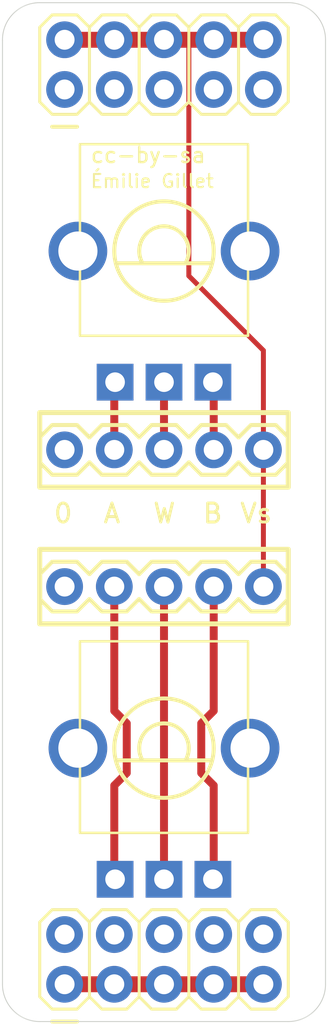
<source format=kicad_pcb>
(kicad_pcb (version 20171130) (host pcbnew 5.1.5-52549c5~84~ubuntu18.04.1)

  (general
    (thickness 1.6)
    (drawings 23)
    (tracks 32)
    (zones 0)
    (modules 6)
    (nets 10)
  )

  (page A4)
  (layers
    (0 Top signal)
    (31 Bottom signal)
    (32 B.Adhes user)
    (33 F.Adhes user)
    (34 B.Paste user)
    (35 F.Paste user)
    (36 B.SilkS user)
    (37 F.SilkS user)
    (38 B.Mask user)
    (39 F.Mask user)
    (40 Dwgs.User user)
    (41 Cmts.User user)
    (42 Eco1.User user)
    (43 Eco2.User user)
    (44 Edge.Cuts user)
    (45 Margin user)
    (46 B.CrtYd user)
    (47 F.CrtYd user)
    (48 B.Fab user)
    (49 F.Fab user)
  )

  (setup
    (last_trace_width 0.25)
    (trace_clearance 0.2)
    (zone_clearance 0.508)
    (zone_45_only no)
    (trace_min 0.2)
    (via_size 0.8)
    (via_drill 0.4)
    (via_min_size 0.4)
    (via_min_drill 0.3)
    (uvia_size 0.3)
    (uvia_drill 0.1)
    (uvias_allowed no)
    (uvia_min_size 0.2)
    (uvia_min_drill 0.1)
    (edge_width 0.05)
    (segment_width 0.2)
    (pcb_text_width 0.3)
    (pcb_text_size 1.5 1.5)
    (mod_edge_width 0.12)
    (mod_text_size 1 1)
    (mod_text_width 0.15)
    (pad_size 1.524 1.524)
    (pad_drill 0.762)
    (pad_to_mask_clearance 0.051)
    (solder_mask_min_width 0.25)
    (aux_axis_origin 0 0)
    (visible_elements FFFFFF7F)
    (pcbplotparams
      (layerselection 0x010fc_ffffffff)
      (usegerberextensions false)
      (usegerberattributes false)
      (usegerberadvancedattributes false)
      (creategerberjobfile false)
      (excludeedgelayer true)
      (linewidth 0.100000)
      (plotframeref false)
      (viasonmask false)
      (mode 1)
      (useauxorigin false)
      (hpglpennumber 1)
      (hpglpenspeed 20)
      (hpglpendiameter 15.000000)
      (psnegative false)
      (psa4output false)
      (plotreference true)
      (plotvalue true)
      (plotinvisibletext false)
      (padsonsilk false)
      (subtractmaskfromsilk false)
      (outputformat 1)
      (mirror false)
      (drillshape 1)
      (scaleselection 1)
      (outputdirectory ""))
  )

  (net 0 "")
  (net 1 GND)
  (net 2 VCC)
  (net 3 VEE)
  (net 4 "Net-(JP3-Pad2)")
  (net 5 "Net-(JP3-Pad3)")
  (net 6 "Net-(JP3-Pad4)")
  (net 7 "Net-(JP4-Pad2)")
  (net 8 "Net-(JP4-Pad3)")
  (net 9 "Net-(JP4-Pad4)")

  (net_class Default "This is the default net class."
    (clearance 0.2)
    (trace_width 0.25)
    (via_dia 0.8)
    (via_drill 0.4)
    (uvia_dia 0.3)
    (uvia_drill 0.1)
    (add_net GND)
    (add_net "Net-(JP3-Pad2)")
    (add_net "Net-(JP3-Pad3)")
    (add_net "Net-(JP3-Pad4)")
    (add_net "Net-(JP4-Pad2)")
    (add_net "Net-(JP4-Pad3)")
    (add_net "Net-(JP4-Pad4)")
    (add_net VCC)
    (add_net VEE)
  )

  (module bbf-pots:AVR_ICSP (layer Top) (tedit 0) (tstamp 5E77C103)
    (at 148.5011 82.1386 90)
    (descr "<b>PIN HEADER</b>")
    (path /2F430EF2)
    (fp_text reference JP1 (at -2.794 3.302 180) (layer F.SilkS) hide
      (effects (font (size 0.38608 0.38608) (thickness 0.032512)) (justify right top))
    )
    (fp_text value M05X2PTH (at -2.794 0.254 180) (layer F.Fab) hide
      (effects (font (size 0.38608 0.38608) (thickness 0.032512)) (justify right top))
    )
    (fp_poly (pts (xy 1.016 2.794) (xy 1.524 2.794) (xy 1.524 2.286) (xy 1.016 2.286)) (layer F.Fab) (width 0))
    (fp_poly (pts (xy -1.524 2.794) (xy -1.016 2.794) (xy -1.016 2.286) (xy -1.524 2.286)) (layer F.Fab) (width 0))
    (fp_poly (pts (xy -1.524 5.334) (xy -1.016 5.334) (xy -1.016 4.826) (xy -1.524 4.826)) (layer F.Fab) (width 0))
    (fp_poly (pts (xy 1.016 5.334) (xy 1.524 5.334) (xy 1.524 4.826) (xy 1.016 4.826)) (layer F.Fab) (width 0))
    (fp_poly (pts (xy -1.524 0.254) (xy -1.016 0.254) (xy -1.016 -0.254) (xy -1.524 -0.254)) (layer F.SilkS) (width 0))
    (fp_poly (pts (xy 1.016 0.254) (xy 1.524 0.254) (xy 1.524 -0.254) (xy 1.016 -0.254)) (layer F.Fab) (width 0))
    (fp_poly (pts (xy -1.524 -2.286) (xy -1.016 -2.286) (xy -1.016 -2.794) (xy -1.524 -2.794)) (layer F.Fab) (width 0))
    (fp_poly (pts (xy 1.016 -2.286) (xy 1.524 -2.286) (xy 1.524 -2.794) (xy 1.016 -2.794)) (layer F.Fab) (width 0))
    (fp_poly (pts (xy 1.016 -4.826) (xy 1.524 -4.826) (xy 1.524 -5.334) (xy 1.016 -5.334)) (layer F.Fab) (width 0))
    (fp_poly (pts (xy -1.524 -4.826) (xy -1.016 -4.826) (xy -1.016 -5.334) (xy -1.524 -5.334)) (layer F.Fab) (width 0))
    (fp_line (start -3.175 -5.715) (end -3.175 -4.445) (layer F.SilkS) (width 0.2032))
    (fp_line (start -2.54 4.445) (end -2.54 5.715) (layer F.SilkS) (width 0.1524))
    (fp_line (start 1.905 6.35) (end -1.905 6.35) (layer F.SilkS) (width 0.1524))
    (fp_line (start 2.54 5.715) (end 1.905 6.35) (layer F.SilkS) (width 0.1524))
    (fp_line (start 2.54 4.445) (end 2.54 5.715) (layer F.SilkS) (width 0.1524))
    (fp_line (start 1.905 3.81) (end 2.54 4.445) (layer F.SilkS) (width 0.1524))
    (fp_line (start -2.54 5.715) (end -1.905 6.35) (layer F.SilkS) (width 0.1524))
    (fp_line (start -1.905 3.81) (end -2.54 4.445) (layer F.SilkS) (width 0.1524))
    (fp_line (start -2.54 -5.715) (end -2.54 -4.445) (layer F.SilkS) (width 0.1524))
    (fp_line (start -2.54 -3.175) (end -2.54 -1.905) (layer F.SilkS) (width 0.1524))
    (fp_line (start -2.54 -0.635) (end -2.54 0.635) (layer F.SilkS) (width 0.1524))
    (fp_line (start -2.54 1.905) (end -2.54 3.175) (layer F.SilkS) (width 0.1524))
    (fp_line (start 1.905 3.81) (end -1.905 3.81) (layer F.SilkS) (width 0.1524))
    (fp_line (start 1.905 1.27) (end -1.905 1.27) (layer F.SilkS) (width 0.1524))
    (fp_line (start 1.905 -1.27) (end -1.905 -1.27) (layer F.SilkS) (width 0.1524))
    (fp_line (start 1.905 -3.81) (end -1.905 -3.81) (layer F.SilkS) (width 0.1524))
    (fp_line (start 2.54 3.175) (end 1.905 3.81) (layer F.SilkS) (width 0.1524))
    (fp_line (start 2.54 1.905) (end 2.54 3.175) (layer F.SilkS) (width 0.1524))
    (fp_line (start 1.905 1.27) (end 2.54 1.905) (layer F.SilkS) (width 0.1524))
    (fp_line (start 2.54 0.635) (end 1.905 1.27) (layer F.SilkS) (width 0.1524))
    (fp_line (start 2.54 -0.635) (end 2.54 0.635) (layer F.SilkS) (width 0.1524))
    (fp_line (start 1.905 -1.27) (end 2.54 -0.635) (layer F.SilkS) (width 0.1524))
    (fp_line (start 2.54 -1.905) (end 1.905 -1.27) (layer F.SilkS) (width 0.1524))
    (fp_line (start 2.54 -3.175) (end 2.54 -1.905) (layer F.SilkS) (width 0.1524))
    (fp_line (start 1.905 -3.81) (end 2.54 -3.175) (layer F.SilkS) (width 0.1524))
    (fp_line (start 2.54 -4.445) (end 1.905 -3.81) (layer F.SilkS) (width 0.1524))
    (fp_line (start 2.54 -5.715) (end 2.54 -4.445) (layer F.SilkS) (width 0.1524))
    (fp_line (start 1.905 -6.35) (end 2.54 -5.715) (layer F.SilkS) (width 0.1524))
    (fp_line (start -1.905 -6.35) (end 1.905 -6.35) (layer F.SilkS) (width 0.1524))
    (fp_line (start -2.54 3.175) (end -1.905 3.81) (layer F.SilkS) (width 0.1524))
    (fp_line (start -1.905 1.27) (end -2.54 1.905) (layer F.SilkS) (width 0.1524))
    (fp_line (start -2.54 0.635) (end -1.905 1.27) (layer F.SilkS) (width 0.1524))
    (fp_line (start -1.905 -1.27) (end -2.54 -0.635) (layer F.SilkS) (width 0.1524))
    (fp_line (start -2.54 -1.905) (end -1.905 -1.27) (layer F.SilkS) (width 0.1524))
    (fp_line (start -1.905 -3.81) (end -2.54 -3.175) (layer F.SilkS) (width 0.1524))
    (fp_line (start -2.54 -4.445) (end -1.905 -3.81) (layer F.SilkS) (width 0.1524))
    (fp_line (start -1.905 -6.35) (end -2.54 -5.715) (layer F.SilkS) (width 0.1524))
    (pad 10 thru_hole circle (at 1.27 5.08) (size 1.8796 1.8796) (drill 1.016) (layers *.Cu *.Mask)
      (net 2 VCC) (solder_mask_margin 0.1016))
    (pad 9 thru_hole circle (at -1.27 5.08) (size 1.8796 1.8796) (drill 1.016) (layers *.Cu *.Mask)
      (net 1 GND) (solder_mask_margin 0.1016))
    (pad 8 thru_hole circle (at 1.27 2.54) (size 1.8796 1.8796) (drill 1.016) (layers *.Cu *.Mask)
      (net 2 VCC) (solder_mask_margin 0.1016))
    (pad 7 thru_hole circle (at -1.27 2.54) (size 1.8796 1.8796) (drill 1.016) (layers *.Cu *.Mask)
      (net 1 GND) (solder_mask_margin 0.1016))
    (pad 6 thru_hole circle (at 1.27 0) (size 1.8796 1.8796) (drill 1.016) (layers *.Cu *.Mask)
      (net 2 VCC) (solder_mask_margin 0.1016))
    (pad 5 thru_hole circle (at -1.27 0) (size 1.8796 1.8796) (drill 1.016) (layers *.Cu *.Mask)
      (net 1 GND) (solder_mask_margin 0.1016))
    (pad 4 thru_hole circle (at 1.27 -2.54) (size 1.8796 1.8796) (drill 1.016) (layers *.Cu *.Mask)
      (net 2 VCC) (solder_mask_margin 0.1016))
    (pad 3 thru_hole circle (at -1.27 -2.54) (size 1.8796 1.8796) (drill 1.016) (layers *.Cu *.Mask)
      (net 1 GND) (solder_mask_margin 0.1016))
    (pad 2 thru_hole circle (at 1.27 -5.08) (size 1.8796 1.8796) (drill 1.016) (layers *.Cu *.Mask)
      (net 2 VCC) (solder_mask_margin 0.1016))
    (pad 1 thru_hole circle (at -1.27 -5.08) (size 1.8796 1.8796) (drill 1.016) (layers *.Cu *.Mask)
      (net 1 GND) (solder_mask_margin 0.1016))
  )

  (module bbf-pots:AVR_ICSP (layer Top) (tedit 0) (tstamp 5E77C13F)
    (at 148.5011 127.8586 90)
    (descr "<b>PIN HEADER</b>")
    (path /FA93C76E)
    (fp_text reference JP2 (at -2.794 3.302 180) (layer F.SilkS) hide
      (effects (font (size 0.38608 0.38608) (thickness 0.032512)) (justify right top))
    )
    (fp_text value M05X2PTH (at -2.794 0.254 180) (layer F.Fab) hide
      (effects (font (size 0.38608 0.38608) (thickness 0.032512)) (justify right top))
    )
    (fp_poly (pts (xy 1.016 2.794) (xy 1.524 2.794) (xy 1.524 2.286) (xy 1.016 2.286)) (layer F.Fab) (width 0))
    (fp_poly (pts (xy -1.524 2.794) (xy -1.016 2.794) (xy -1.016 2.286) (xy -1.524 2.286)) (layer F.Fab) (width 0))
    (fp_poly (pts (xy -1.524 5.334) (xy -1.016 5.334) (xy -1.016 4.826) (xy -1.524 4.826)) (layer F.Fab) (width 0))
    (fp_poly (pts (xy 1.016 5.334) (xy 1.524 5.334) (xy 1.524 4.826) (xy 1.016 4.826)) (layer F.Fab) (width 0))
    (fp_poly (pts (xy -1.524 0.254) (xy -1.016 0.254) (xy -1.016 -0.254) (xy -1.524 -0.254)) (layer F.SilkS) (width 0))
    (fp_poly (pts (xy 1.016 0.254) (xy 1.524 0.254) (xy 1.524 -0.254) (xy 1.016 -0.254)) (layer F.Fab) (width 0))
    (fp_poly (pts (xy -1.524 -2.286) (xy -1.016 -2.286) (xy -1.016 -2.794) (xy -1.524 -2.794)) (layer F.Fab) (width 0))
    (fp_poly (pts (xy 1.016 -2.286) (xy 1.524 -2.286) (xy 1.524 -2.794) (xy 1.016 -2.794)) (layer F.Fab) (width 0))
    (fp_poly (pts (xy 1.016 -4.826) (xy 1.524 -4.826) (xy 1.524 -5.334) (xy 1.016 -5.334)) (layer F.Fab) (width 0))
    (fp_poly (pts (xy -1.524 -4.826) (xy -1.016 -4.826) (xy -1.016 -5.334) (xy -1.524 -5.334)) (layer F.Fab) (width 0))
    (fp_line (start -3.175 -5.715) (end -3.175 -4.445) (layer F.SilkS) (width 0.2032))
    (fp_line (start -2.54 4.445) (end -2.54 5.715) (layer F.SilkS) (width 0.1524))
    (fp_line (start 1.905 6.35) (end -1.905 6.35) (layer F.SilkS) (width 0.1524))
    (fp_line (start 2.54 5.715) (end 1.905 6.35) (layer F.SilkS) (width 0.1524))
    (fp_line (start 2.54 4.445) (end 2.54 5.715) (layer F.SilkS) (width 0.1524))
    (fp_line (start 1.905 3.81) (end 2.54 4.445) (layer F.SilkS) (width 0.1524))
    (fp_line (start -2.54 5.715) (end -1.905 6.35) (layer F.SilkS) (width 0.1524))
    (fp_line (start -1.905 3.81) (end -2.54 4.445) (layer F.SilkS) (width 0.1524))
    (fp_line (start -2.54 -5.715) (end -2.54 -4.445) (layer F.SilkS) (width 0.1524))
    (fp_line (start -2.54 -3.175) (end -2.54 -1.905) (layer F.SilkS) (width 0.1524))
    (fp_line (start -2.54 -0.635) (end -2.54 0.635) (layer F.SilkS) (width 0.1524))
    (fp_line (start -2.54 1.905) (end -2.54 3.175) (layer F.SilkS) (width 0.1524))
    (fp_line (start 1.905 3.81) (end -1.905 3.81) (layer F.SilkS) (width 0.1524))
    (fp_line (start 1.905 1.27) (end -1.905 1.27) (layer F.SilkS) (width 0.1524))
    (fp_line (start 1.905 -1.27) (end -1.905 -1.27) (layer F.SilkS) (width 0.1524))
    (fp_line (start 1.905 -3.81) (end -1.905 -3.81) (layer F.SilkS) (width 0.1524))
    (fp_line (start 2.54 3.175) (end 1.905 3.81) (layer F.SilkS) (width 0.1524))
    (fp_line (start 2.54 1.905) (end 2.54 3.175) (layer F.SilkS) (width 0.1524))
    (fp_line (start 1.905 1.27) (end 2.54 1.905) (layer F.SilkS) (width 0.1524))
    (fp_line (start 2.54 0.635) (end 1.905 1.27) (layer F.SilkS) (width 0.1524))
    (fp_line (start 2.54 -0.635) (end 2.54 0.635) (layer F.SilkS) (width 0.1524))
    (fp_line (start 1.905 -1.27) (end 2.54 -0.635) (layer F.SilkS) (width 0.1524))
    (fp_line (start 2.54 -1.905) (end 1.905 -1.27) (layer F.SilkS) (width 0.1524))
    (fp_line (start 2.54 -3.175) (end 2.54 -1.905) (layer F.SilkS) (width 0.1524))
    (fp_line (start 1.905 -3.81) (end 2.54 -3.175) (layer F.SilkS) (width 0.1524))
    (fp_line (start 2.54 -4.445) (end 1.905 -3.81) (layer F.SilkS) (width 0.1524))
    (fp_line (start 2.54 -5.715) (end 2.54 -4.445) (layer F.SilkS) (width 0.1524))
    (fp_line (start 1.905 -6.35) (end 2.54 -5.715) (layer F.SilkS) (width 0.1524))
    (fp_line (start -1.905 -6.35) (end 1.905 -6.35) (layer F.SilkS) (width 0.1524))
    (fp_line (start -2.54 3.175) (end -1.905 3.81) (layer F.SilkS) (width 0.1524))
    (fp_line (start -1.905 1.27) (end -2.54 1.905) (layer F.SilkS) (width 0.1524))
    (fp_line (start -2.54 0.635) (end -1.905 1.27) (layer F.SilkS) (width 0.1524))
    (fp_line (start -1.905 -1.27) (end -2.54 -0.635) (layer F.SilkS) (width 0.1524))
    (fp_line (start -2.54 -1.905) (end -1.905 -1.27) (layer F.SilkS) (width 0.1524))
    (fp_line (start -1.905 -3.81) (end -2.54 -3.175) (layer F.SilkS) (width 0.1524))
    (fp_line (start -2.54 -4.445) (end -1.905 -3.81) (layer F.SilkS) (width 0.1524))
    (fp_line (start -1.905 -6.35) (end -2.54 -5.715) (layer F.SilkS) (width 0.1524))
    (pad 10 thru_hole circle (at 1.27 5.08) (size 1.8796 1.8796) (drill 1.016) (layers *.Cu *.Mask)
      (net 1 GND) (solder_mask_margin 0.1016))
    (pad 9 thru_hole circle (at -1.27 5.08) (size 1.8796 1.8796) (drill 1.016) (layers *.Cu *.Mask)
      (net 3 VEE) (solder_mask_margin 0.1016))
    (pad 8 thru_hole circle (at 1.27 2.54) (size 1.8796 1.8796) (drill 1.016) (layers *.Cu *.Mask)
      (net 1 GND) (solder_mask_margin 0.1016))
    (pad 7 thru_hole circle (at -1.27 2.54) (size 1.8796 1.8796) (drill 1.016) (layers *.Cu *.Mask)
      (net 3 VEE) (solder_mask_margin 0.1016))
    (pad 6 thru_hole circle (at 1.27 0) (size 1.8796 1.8796) (drill 1.016) (layers *.Cu *.Mask)
      (net 1 GND) (solder_mask_margin 0.1016))
    (pad 5 thru_hole circle (at -1.27 0) (size 1.8796 1.8796) (drill 1.016) (layers *.Cu *.Mask)
      (net 3 VEE) (solder_mask_margin 0.1016))
    (pad 4 thru_hole circle (at 1.27 -2.54) (size 1.8796 1.8796) (drill 1.016) (layers *.Cu *.Mask)
      (net 1 GND) (solder_mask_margin 0.1016))
    (pad 3 thru_hole circle (at -1.27 -2.54) (size 1.8796 1.8796) (drill 1.016) (layers *.Cu *.Mask)
      (net 3 VEE) (solder_mask_margin 0.1016))
    (pad 2 thru_hole circle (at 1.27 -5.08) (size 1.8796 1.8796) (drill 1.016) (layers *.Cu *.Mask)
      (net 1 GND) (solder_mask_margin 0.1016))
    (pad 1 thru_hole circle (at -1.27 -5.08) (size 1.8796 1.8796) (drill 1.016) (layers *.Cu *.Mask)
      (net 3 VEE) (solder_mask_margin 0.1016))
  )

  (module bbf-pots:ALPS_POT_VERTICAL (layer Top) (tedit 0) (tstamp 5E77C17B)
    (at 148.5011 91.6636 180)
    (path /E7159095)
    (fp_text reference R23 (at 0 0 180) (layer F.SilkS) hide
      (effects (font (size 1.27 1.27) (thickness 0.15)) (justify right top))
    )
    (fp_text value 10kB (at 0 0 180) (layer F.SilkS) hide
      (effects (font (size 1.27 1.27) (thickness 0.15)) (justify right top))
    )
    (fp_circle (center 0 0) (end 2.54 0) (layer F.SilkS) (width 0.2032))
    (fp_line (start -2.45 -0.625) (end 2.425 -0.625) (layer F.SilkS) (width 0.2032))
    (fp_line (start -1.1 -0.625) (end 1.1 -0.625) (layer F.SilkS) (width 0.2032))
    (fp_arc (start 0 0) (end -1.1 -0.625) (angle -239.208901) (layer F.SilkS) (width 0.2032))
    (fp_line (start 4.295 -4.33) (end 4.295 5.46) (layer F.SilkS) (width 0.127))
    (fp_line (start -4.295 -4.33) (end 4.295 -4.33) (layer F.SilkS) (width 0.127))
    (fp_line (start -4.295 5.46) (end -4.295 -4.33) (layer F.SilkS) (width 0.127))
    (fp_line (start 4.295 5.46) (end -4.295 5.46) (layer F.SilkS) (width 0.127))
    (pad P$5 thru_hole circle (at 4.4 0 90) (size 3 3) (drill 2) (layers *.Cu *.Mask)
      (solder_mask_margin 0.1016))
    (pad P$4 thru_hole circle (at -4.4 0 90) (size 3 3) (drill 2) (layers *.Cu *.Mask)
      (solder_mask_margin 0.1016))
    (pad P$3 thru_hole rect (at 2.5 -6.7 90) (size 1.8796 1.8796) (drill 1) (layers *.Cu *.Mask)
      (net 4 "Net-(JP3-Pad2)") (solder_mask_margin 0.1016))
    (pad P$2 thru_hole rect (at 0 -6.7 90) (size 1.8796 1.8796) (drill 1) (layers *.Cu *.Mask)
      (net 5 "Net-(JP3-Pad3)") (solder_mask_margin 0.1016))
    (pad P$1 thru_hole rect (at -2.5 -6.7 90) (size 1.8796 1.8796) (drill 1) (layers *.Cu *.Mask)
      (net 6 "Net-(JP3-Pad4)") (solder_mask_margin 0.1016))
  )

  (module bbf-pots:1X05 (layer Top) (tedit 0) (tstamp 5E77C18B)
    (at 143.4211 101.8236)
    (path /ACD8E5B6)
    (fp_text reference JP3 (at -1.3462 -1.8288) (layer F.SilkS) hide
      (effects (font (size 1.2065 1.2065) (thickness 0.127)) (justify left bottom))
    )
    (fp_text value M05PTH (at -1.27 3.175) (layer F.Fab)
      (effects (font (size 1.2065 1.2065) (thickness 0.09652)) (justify left bottom))
    )
    (fp_poly (pts (xy -0.254 0.254) (xy 0.254 0.254) (xy 0.254 -0.254) (xy -0.254 -0.254)) (layer F.Fab) (width 0))
    (fp_poly (pts (xy 2.286 0.254) (xy 2.794 0.254) (xy 2.794 -0.254) (xy 2.286 -0.254)) (layer F.Fab) (width 0))
    (fp_poly (pts (xy 4.826 0.254) (xy 5.334 0.254) (xy 5.334 -0.254) (xy 4.826 -0.254)) (layer F.Fab) (width 0))
    (fp_poly (pts (xy 7.366 0.254) (xy 7.874 0.254) (xy 7.874 -0.254) (xy 7.366 -0.254)) (layer F.Fab) (width 0))
    (fp_poly (pts (xy 9.906 0.254) (xy 10.414 0.254) (xy 10.414 -0.254) (xy 9.906 -0.254)) (layer F.Fab) (width 0))
    (fp_line (start 11.43 -0.635) (end 11.43 0.635) (layer F.SilkS) (width 0.2032))
    (fp_line (start 0.635 1.27) (end -0.635 1.27) (layer F.SilkS) (width 0.2032))
    (fp_line (start -1.27 0.635) (end -0.635 1.27) (layer F.SilkS) (width 0.2032))
    (fp_line (start -0.635 -1.27) (end -1.27 -0.635) (layer F.SilkS) (width 0.2032))
    (fp_line (start -1.27 -0.635) (end -1.27 0.635) (layer F.SilkS) (width 0.2032))
    (fp_line (start 1.905 1.27) (end 1.27 0.635) (layer F.SilkS) (width 0.2032))
    (fp_line (start 3.175 1.27) (end 1.905 1.27) (layer F.SilkS) (width 0.2032))
    (fp_line (start 3.81 0.635) (end 3.175 1.27) (layer F.SilkS) (width 0.2032))
    (fp_line (start 3.175 -1.27) (end 3.81 -0.635) (layer F.SilkS) (width 0.2032))
    (fp_line (start 1.905 -1.27) (end 3.175 -1.27) (layer F.SilkS) (width 0.2032))
    (fp_line (start 1.27 -0.635) (end 1.905 -1.27) (layer F.SilkS) (width 0.2032))
    (fp_line (start 1.27 0.635) (end 0.635 1.27) (layer F.SilkS) (width 0.2032))
    (fp_line (start 0.635 -1.27) (end 1.27 -0.635) (layer F.SilkS) (width 0.2032))
    (fp_line (start -0.635 -1.27) (end 0.635 -1.27) (layer F.SilkS) (width 0.2032))
    (fp_line (start 8.255 1.27) (end 6.985 1.27) (layer F.SilkS) (width 0.2032))
    (fp_line (start 6.35 0.635) (end 6.985 1.27) (layer F.SilkS) (width 0.2032))
    (fp_line (start 6.985 -1.27) (end 6.35 -0.635) (layer F.SilkS) (width 0.2032))
    (fp_line (start 4.445 1.27) (end 3.81 0.635) (layer F.SilkS) (width 0.2032))
    (fp_line (start 5.715 1.27) (end 4.445 1.27) (layer F.SilkS) (width 0.2032))
    (fp_line (start 6.35 0.635) (end 5.715 1.27) (layer F.SilkS) (width 0.2032))
    (fp_line (start 5.715 -1.27) (end 6.35 -0.635) (layer F.SilkS) (width 0.2032))
    (fp_line (start 4.445 -1.27) (end 5.715 -1.27) (layer F.SilkS) (width 0.2032))
    (fp_line (start 3.81 -0.635) (end 4.445 -1.27) (layer F.SilkS) (width 0.2032))
    (fp_line (start 9.525 1.27) (end 8.89 0.635) (layer F.SilkS) (width 0.2032))
    (fp_line (start 10.795 1.27) (end 9.525 1.27) (layer F.SilkS) (width 0.2032))
    (fp_line (start 11.43 0.635) (end 10.795 1.27) (layer F.SilkS) (width 0.2032))
    (fp_line (start 10.795 -1.27) (end 11.43 -0.635) (layer F.SilkS) (width 0.2032))
    (fp_line (start 9.525 -1.27) (end 10.795 -1.27) (layer F.SilkS) (width 0.2032))
    (fp_line (start 8.89 -0.635) (end 9.525 -1.27) (layer F.SilkS) (width 0.2032))
    (fp_line (start 8.89 0.635) (end 8.255 1.27) (layer F.SilkS) (width 0.2032))
    (fp_line (start 8.255 -1.27) (end 8.89 -0.635) (layer F.SilkS) (width 0.2032))
    (fp_line (start 6.985 -1.27) (end 8.255 -1.27) (layer F.SilkS) (width 0.2032))
    (pad 5 thru_hole circle (at 10.16 0 90) (size 1.8796 1.8796) (drill 1.016) (layers *.Cu *.Mask)
      (net 2 VCC) (solder_mask_margin 0.1016))
    (pad 4 thru_hole circle (at 7.62 0 90) (size 1.8796 1.8796) (drill 1.016) (layers *.Cu *.Mask)
      (net 6 "Net-(JP3-Pad4)") (solder_mask_margin 0.1016))
    (pad 3 thru_hole circle (at 5.08 0 90) (size 1.8796 1.8796) (drill 1.016) (layers *.Cu *.Mask)
      (net 5 "Net-(JP3-Pad3)") (solder_mask_margin 0.1016))
    (pad 2 thru_hole circle (at 2.54 0 90) (size 1.8796 1.8796) (drill 1.016) (layers *.Cu *.Mask)
      (net 4 "Net-(JP3-Pad2)") (solder_mask_margin 0.1016))
    (pad 1 thru_hole circle (at 0 0 90) (size 1.8796 1.8796) (drill 1.016) (layers *.Cu *.Mask)
      (net 1 GND) (solder_mask_margin 0.1016))
  )

  (module bbf-pots:ALPS_POT_VERTICAL (layer Top) (tedit 0) (tstamp 5E77C1B8)
    (at 148.5011 117.0636 180)
    (path /468AFC85)
    (fp_text reference R1 (at 0 0 180) (layer F.SilkS) hide
      (effects (font (size 1.27 1.27) (thickness 0.15)) (justify right top))
    )
    (fp_text value 10kB (at 0 0 180) (layer F.SilkS) hide
      (effects (font (size 1.27 1.27) (thickness 0.15)) (justify right top))
    )
    (fp_circle (center 0 0) (end 2.54 0) (layer F.SilkS) (width 0.2032))
    (fp_line (start -2.45 -0.625) (end 2.425 -0.625) (layer F.SilkS) (width 0.2032))
    (fp_line (start -1.1 -0.625) (end 1.1 -0.625) (layer F.SilkS) (width 0.2032))
    (fp_arc (start 0 0) (end -1.1 -0.625) (angle -239.208901) (layer F.SilkS) (width 0.2032))
    (fp_line (start 4.295 -4.33) (end 4.295 5.46) (layer F.SilkS) (width 0.127))
    (fp_line (start -4.295 -4.33) (end 4.295 -4.33) (layer F.SilkS) (width 0.127))
    (fp_line (start -4.295 5.46) (end -4.295 -4.33) (layer F.SilkS) (width 0.127))
    (fp_line (start 4.295 5.46) (end -4.295 5.46) (layer F.SilkS) (width 0.127))
    (pad P$5 thru_hole circle (at 4.4 0 90) (size 3 3) (drill 2) (layers *.Cu *.Mask)
      (solder_mask_margin 0.1016))
    (pad P$4 thru_hole circle (at -4.4 0 90) (size 3 3) (drill 2) (layers *.Cu *.Mask)
      (solder_mask_margin 0.1016))
    (pad P$3 thru_hole rect (at 2.5 -6.7 90) (size 1.8796 1.8796) (drill 1) (layers *.Cu *.Mask)
      (net 7 "Net-(JP4-Pad2)") (solder_mask_margin 0.1016))
    (pad P$2 thru_hole rect (at 0 -6.7 90) (size 1.8796 1.8796) (drill 1) (layers *.Cu *.Mask)
      (net 8 "Net-(JP4-Pad3)") (solder_mask_margin 0.1016))
    (pad P$1 thru_hole rect (at -2.5 -6.7 90) (size 1.8796 1.8796) (drill 1) (layers *.Cu *.Mask)
      (net 9 "Net-(JP4-Pad4)") (solder_mask_margin 0.1016))
  )

  (module bbf-pots:1X05 (layer Top) (tedit 0) (tstamp 5E77C1C8)
    (at 143.4211 108.8086)
    (path /47274FB3)
    (fp_text reference JP4 (at -1.3462 -1.8288) (layer F.SilkS) hide
      (effects (font (size 1.2065 1.2065) (thickness 0.127)) (justify left bottom))
    )
    (fp_text value M05PTH (at -1.27 3.175) (layer F.Fab)
      (effects (font (size 1.2065 1.2065) (thickness 0.09652)) (justify left bottom))
    )
    (fp_poly (pts (xy -0.254 0.254) (xy 0.254 0.254) (xy 0.254 -0.254) (xy -0.254 -0.254)) (layer F.Fab) (width 0))
    (fp_poly (pts (xy 2.286 0.254) (xy 2.794 0.254) (xy 2.794 -0.254) (xy 2.286 -0.254)) (layer F.Fab) (width 0))
    (fp_poly (pts (xy 4.826 0.254) (xy 5.334 0.254) (xy 5.334 -0.254) (xy 4.826 -0.254)) (layer F.Fab) (width 0))
    (fp_poly (pts (xy 7.366 0.254) (xy 7.874 0.254) (xy 7.874 -0.254) (xy 7.366 -0.254)) (layer F.Fab) (width 0))
    (fp_poly (pts (xy 9.906 0.254) (xy 10.414 0.254) (xy 10.414 -0.254) (xy 9.906 -0.254)) (layer F.Fab) (width 0))
    (fp_line (start 11.43 -0.635) (end 11.43 0.635) (layer F.SilkS) (width 0.2032))
    (fp_line (start 0.635 1.27) (end -0.635 1.27) (layer F.SilkS) (width 0.2032))
    (fp_line (start -1.27 0.635) (end -0.635 1.27) (layer F.SilkS) (width 0.2032))
    (fp_line (start -0.635 -1.27) (end -1.27 -0.635) (layer F.SilkS) (width 0.2032))
    (fp_line (start -1.27 -0.635) (end -1.27 0.635) (layer F.SilkS) (width 0.2032))
    (fp_line (start 1.905 1.27) (end 1.27 0.635) (layer F.SilkS) (width 0.2032))
    (fp_line (start 3.175 1.27) (end 1.905 1.27) (layer F.SilkS) (width 0.2032))
    (fp_line (start 3.81 0.635) (end 3.175 1.27) (layer F.SilkS) (width 0.2032))
    (fp_line (start 3.175 -1.27) (end 3.81 -0.635) (layer F.SilkS) (width 0.2032))
    (fp_line (start 1.905 -1.27) (end 3.175 -1.27) (layer F.SilkS) (width 0.2032))
    (fp_line (start 1.27 -0.635) (end 1.905 -1.27) (layer F.SilkS) (width 0.2032))
    (fp_line (start 1.27 0.635) (end 0.635 1.27) (layer F.SilkS) (width 0.2032))
    (fp_line (start 0.635 -1.27) (end 1.27 -0.635) (layer F.SilkS) (width 0.2032))
    (fp_line (start -0.635 -1.27) (end 0.635 -1.27) (layer F.SilkS) (width 0.2032))
    (fp_line (start 8.255 1.27) (end 6.985 1.27) (layer F.SilkS) (width 0.2032))
    (fp_line (start 6.35 0.635) (end 6.985 1.27) (layer F.SilkS) (width 0.2032))
    (fp_line (start 6.985 -1.27) (end 6.35 -0.635) (layer F.SilkS) (width 0.2032))
    (fp_line (start 4.445 1.27) (end 3.81 0.635) (layer F.SilkS) (width 0.2032))
    (fp_line (start 5.715 1.27) (end 4.445 1.27) (layer F.SilkS) (width 0.2032))
    (fp_line (start 6.35 0.635) (end 5.715 1.27) (layer F.SilkS) (width 0.2032))
    (fp_line (start 5.715 -1.27) (end 6.35 -0.635) (layer F.SilkS) (width 0.2032))
    (fp_line (start 4.445 -1.27) (end 5.715 -1.27) (layer F.SilkS) (width 0.2032))
    (fp_line (start 3.81 -0.635) (end 4.445 -1.27) (layer F.SilkS) (width 0.2032))
    (fp_line (start 9.525 1.27) (end 8.89 0.635) (layer F.SilkS) (width 0.2032))
    (fp_line (start 10.795 1.27) (end 9.525 1.27) (layer F.SilkS) (width 0.2032))
    (fp_line (start 11.43 0.635) (end 10.795 1.27) (layer F.SilkS) (width 0.2032))
    (fp_line (start 10.795 -1.27) (end 11.43 -0.635) (layer F.SilkS) (width 0.2032))
    (fp_line (start 9.525 -1.27) (end 10.795 -1.27) (layer F.SilkS) (width 0.2032))
    (fp_line (start 8.89 -0.635) (end 9.525 -1.27) (layer F.SilkS) (width 0.2032))
    (fp_line (start 8.89 0.635) (end 8.255 1.27) (layer F.SilkS) (width 0.2032))
    (fp_line (start 8.255 -1.27) (end 8.89 -0.635) (layer F.SilkS) (width 0.2032))
    (fp_line (start 6.985 -1.27) (end 8.255 -1.27) (layer F.SilkS) (width 0.2032))
    (pad 5 thru_hole circle (at 10.16 0 90) (size 1.8796 1.8796) (drill 1.016) (layers *.Cu *.Mask)
      (net 2 VCC) (solder_mask_margin 0.1016))
    (pad 4 thru_hole circle (at 7.62 0 90) (size 1.8796 1.8796) (drill 1.016) (layers *.Cu *.Mask)
      (net 9 "Net-(JP4-Pad4)") (solder_mask_margin 0.1016))
    (pad 3 thru_hole circle (at 5.08 0 90) (size 1.8796 1.8796) (drill 1.016) (layers *.Cu *.Mask)
      (net 8 "Net-(JP4-Pad3)") (solder_mask_margin 0.1016))
    (pad 2 thru_hole circle (at 2.54 0 90) (size 1.8796 1.8796) (drill 1.016) (layers *.Cu *.Mask)
      (net 7 "Net-(JP4-Pad2)") (solder_mask_margin 0.1016))
    (pad 1 thru_hole circle (at 0 0 90) (size 1.8796 1.8796) (drill 1.016) (layers *.Cu *.Mask)
      (net 1 GND) (solder_mask_margin 0.1016))
  )

  (gr_arc (start 154.8511 129.1286) (end 154.8511 131.0336) (angle -90) (layer Edge.Cuts) (width 0.05) (tstamp 82ED53A0))
  (gr_line (start 156.7561 129.1286) (end 156.7561 80.8686) (layer Edge.Cuts) (width 0.05) (tstamp 82ED5910))
  (gr_arc (start 154.8611 80.8686) (end 156.7561 80.8686) (angle -90) (layer Edge.Cuts) (width 0.05) (tstamp 7193BB00))
  (gr_line (start 154.8611 78.9736) (end 142.1411 78.9736) (layer Edge.Cuts) (width 0.05) (tstamp 7193C040))
  (gr_arc (start 142.1411 80.8686) (end 142.1411 78.9736) (angle -90) (layer Edge.Cuts) (width 0.05) (tstamp 8306F170))
  (gr_line (start 140.2461 80.8686) (end 140.2461 129.1286) (layer Edge.Cuts) (width 0.05) (tstamp 8306F6C0))
  (gr_arc (start 142.1511 129.1286) (end 140.2461 129.1286) (angle -90) (layer Edge.Cuts) (width 0.05) (tstamp 8267BC90))
  (gr_line (start 142.1511 131.0336) (end 154.8511 131.0336) (layer Edge.Cuts) (width 0.05) (tstamp 8267C180))
  (gr_line (start 142.1511 99.9186) (end 142.1511 103.7286) (layer F.SilkS) (width 0.254) (tstamp 8267C640))
  (gr_line (start 142.1511 103.7286) (end 154.8511 103.7286) (layer F.SilkS) (width 0.254) (tstamp 6E70FAE0))
  (gr_line (start 154.8511 103.7286) (end 154.8511 99.9186) (layer F.SilkS) (width 0.254) (tstamp 6E70FFA0))
  (gr_line (start 154.8511 99.9186) (end 142.1511 99.9186) (layer F.SilkS) (width 0.254) (tstamp 8312FF60))
  (gr_line (start 142.1511 106.9036) (end 142.1511 110.7136) (layer F.SilkS) (width 0.254) (tstamp 831303F0))
  (gr_line (start 142.1511 110.7136) (end 154.8511 110.7136) (layer F.SilkS) (width 0.254) (tstamp 831308D0))
  (gr_line (start 154.8511 110.7136) (end 154.8511 106.9036) (layer F.SilkS) (width 0.254) (tstamp 6E6EC7A0))
  (gr_line (start 154.8511 106.9036) (end 142.1511 106.9036) (layer F.SilkS) (width 0.254) (tstamp 6E6ECC80))
  (gr_text 0 (at 142.7861 105.6336) (layer F.SilkS) (tstamp 8214B720)
    (effects (font (size 0.9652 0.9652) (thickness 0.1524)) (justify left bottom))
  )
  (gr_text Vs (at 152.3111 105.6336) (layer F.SilkS) (tstamp 8214BC30)
    (effects (font (size 0.9652 0.9652) (thickness 0.1524)) (justify left bottom))
  )
  (gr_text W (at 147.8661 105.6336) (layer F.SilkS) (tstamp 6E7051B0)
    (effects (font (size 0.9652 0.9652) (thickness 0.1524)) (justify left bottom))
  )
  (gr_text A (at 145.3261 105.6336) (layer F.SilkS) (tstamp 6E705680)
    (effects (font (size 0.9652 0.9652) (thickness 0.1524)) (justify left bottom))
  )
  (gr_text B (at 150.4061 105.6336) (layer F.SilkS) (tstamp 6E705B60)
    (effects (font (size 0.9652 0.9652) (thickness 0.1524)) (justify left bottom))
  )
  (gr_text cc-by-sa (at 144.6911 87.2186) (layer F.SilkS) (tstamp 7271A730)
    (effects (font (size 0.77216 0.77216) (thickness 0.12192)) (justify left bottom))
  )
  (gr_text "Émilie Gillet" (at 144.6911 88.4886) (layer F.SilkS) (tstamp 7271AC10)
    (effects (font (size 0.67564 0.67564) (thickness 0.10668)) (justify left bottom))
  )

  (segment (start 145.9611 80.8686) (end 143.4211 80.8686) (width 0.8128) (layer Top) (net 2) (tstamp 6E716E10))
  (segment (start 148.5011 80.8686) (end 145.9611 80.8686) (width 0.8128) (layer Top) (net 2) (tstamp 8235BF60))
  (segment (start 149.7711 80.8686) (end 148.5011 80.8686) (width 0.8128) (layer Top) (net 2) (tstamp 8235C430))
  (segment (start 149.7711 80.8686) (end 151.0411 80.8686) (width 0.8128) (layer Top) (net 2) (tstamp 6E7A9C00))
  (segment (start 151.0411 80.8686) (end 153.5811 80.8686) (width 0.8128) (layer Top) (net 2) (tstamp 6E7AA0D0))
  (segment (start 153.5811 101.8236) (end 153.5811 96.7436) (width 0.254) (layer Top) (net 2) (tstamp 6E7AA5A0))
  (segment (start 153.5811 108.8086) (end 153.5811 101.8236) (width 0.254) (layer Top) (net 2) (tstamp 6E7547C0))
  (segment (start 153.5811 96.7436) (end 149.7711 92.9336) (width 0.254) (layer Top) (net 2) (tstamp 6E754C90))
  (segment (start 149.7711 92.9336) (end 149.7711 80.8686) (width 0.254) (layer Top) (net 2) (tstamp 6E755170))
  (segment (start 143.4211 129.1286) (end 145.9611 129.1286) (width 0.8128) (layer Top) (net 3) (tstamp 82104E60))
  (segment (start 145.9611 129.1286) (end 148.5011 129.1286) (width 0.8128) (layer Top) (net 3) (tstamp 82105360))
  (segment (start 148.5011 129.1286) (end 151.0411 129.1286) (width 0.8128) (layer Top) (net 3) (tstamp 82105830))
  (segment (start 151.0411 129.1286) (end 153.5811 129.1286) (width 0.8128) (layer Top) (net 3) (tstamp 82055160))
  (segment (start 151.0411 98.4036) (end 151.0011 98.3636) (width 0.4064) (layer Top) (net 6) (tstamp 82055B50))
  (segment (start 151.0411 101.8236) (end 151.0411 98.4036) (width 0.4064) (layer Top) (net 6) (tstamp 825EF2D0))
  (segment (start 148.5011 101.8236) (end 148.5011 98.3636) (width 0.4064) (layer Top) (net 5) (tstamp 839ED2D0))
  (segment (start 145.9611 98.4036) (end 146.0011 98.3636) (width 0.4064) (layer Top) (net 4) (tstamp 839EDD50))
  (segment (start 145.9611 101.8236) (end 145.9611 98.4036) (width 0.4064) (layer Top) (net 4) (tstamp 82369550))
  (segment (start 151.0011 123.7636) (end 151.0411 123.7236) (width 0.4064) (layer Top) (net 9) (tstamp 82369F60))
  (segment (start 151.0411 123.7236) (end 151.0411 118.9686) (width 0.4064) (layer Top) (net 9) (tstamp 823C2CE0))
  (segment (start 151.0411 118.9686) (end 150.4061 118.3336) (width 0.4064) (layer Top) (net 9) (tstamp 823C31C0))
  (segment (start 150.4061 118.3336) (end 150.4061 115.7936) (width 0.4064) (layer Top) (net 9) (tstamp 823C36A0))
  (segment (start 150.4061 115.7936) (end 151.0411 115.1586) (width 0.4064) (layer Top) (net 9) (tstamp 81E1DDA0))
  (segment (start 151.0411 115.1586) (end 151.0411 108.8086) (width 0.4064) (layer Top) (net 9) (tstamp 81E1E280))
  (segment (start 148.5011 123.7636) (end 148.5011 108.8086) (width 0.4064) (layer Top) (net 8) (tstamp 82E13480))
  (segment (start 146.0011 123.7636) (end 145.9611 123.7236) (width 0.4064) (layer Top) (net 7) (tstamp 82F50100))
  (segment (start 145.9611 123.7236) (end 145.9611 118.9686) (width 0.4064) (layer Top) (net 7) (tstamp 82F50620))
  (segment (start 145.9611 118.9686) (end 146.5961 118.3336) (width 0.4064) (layer Top) (net 7) (tstamp 82F50B00))
  (segment (start 146.5961 118.3336) (end 146.5961 115.7936) (width 0.4064) (layer Top) (net 7) (tstamp 81E0FA20))
  (segment (start 146.5961 115.7936) (end 145.9611 115.1586) (width 0.4064) (layer Top) (net 7) (tstamp 81E0FF10))
  (segment (start 145.9611 115.1586) (end 145.9611 114.5236) (width 0.4064) (layer Top) (net 7) (tstamp 81E103F0))
  (segment (start 145.9611 114.5236) (end 145.9611 108.8086) (width 0.4064) (layer Top) (net 7) (tstamp 822AFED0))

  (zone (net 1) (net_name GND) (layer Bottom) (tstamp 7276F670) (hatch edge 0.508)
    (priority 6)
    (connect_pads (clearance 0.000001))
    (min_thickness 0.127)
    (fill (arc_segments 32) (thermal_gap 0.304) (thermal_bridge_width 0.304))
    (polygon
      (pts
        (xy 155.474491 78.933752) (xy 155.773787 79.057725) (xy 156.045711 79.22436) (xy 156.288218 79.431482) (xy 156.49534 79.673989)
        (xy 156.661975 79.945913) (xy 156.784021 80.240556) (xy 156.85847 80.550663) (xy 156.8831 80.86361) (xy 156.8831 129.138595)
        (xy 156.785948 129.751991) (xy 156.661975 130.051287) (xy 156.49534 130.323211) (xy 156.288218 130.565718) (xy 156.045711 130.77284)
        (xy 155.773787 130.939475) (xy 155.479144 131.061521) (xy 155.169037 131.13597) (xy 154.85609 131.1606) (xy 142.141105 131.1606)
        (xy 141.527709 131.063448) (xy 141.228413 130.939475) (xy 140.956489 130.77284) (xy 140.713982 130.565718) (xy 140.50686 130.323211)
        (xy 140.340225 130.051287) (xy 140.218179 129.756644) (xy 140.14373 129.446537) (xy 140.1191 129.13359) (xy 140.1191 80.858605)
        (xy 140.216252 80.245209) (xy 140.340225 79.945913) (xy 140.50686 79.673989) (xy 140.713982 79.431482) (xy 140.956489 79.22436)
        (xy 141.228413 79.057725) (xy 141.523056 78.935679) (xy 141.833163 78.86123) (xy 142.14611 78.8366) (xy 154.861095 78.8366)
      )
    )
  )
)

</source>
